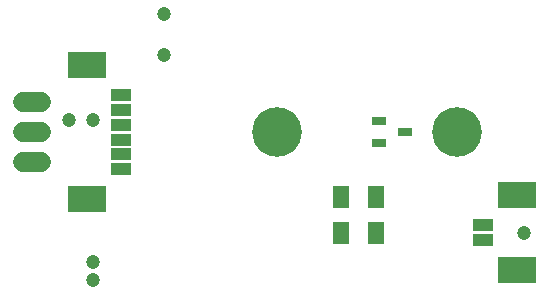
<source format=gbr>
G04 EAGLE Gerber X2 export*
%TF.Part,Single*%
%TF.FileFunction,Soldermask,Top,1*%
%TF.FilePolarity,Negative*%
%TF.GenerationSoftware,Autodesk,EAGLE,9.1.0*%
%TF.CreationDate,2020-06-24T00:02:45Z*%
G75*
%MOMM*%
%FSLAX34Y34*%
%LPD*%
%AMOC8*
5,1,8,0,0,1.08239X$1,22.5*%
G01*
%ADD10R,1.253200X0.803200*%
%ADD11R,1.803200X1.003200*%
%ADD12R,3.203200X2.303200*%
%ADD13C,1.727200*%
%ADD14R,1.363200X1.883200*%
%ADD15C,1.203200*%
%ADD16C,4.203200*%


D10*
X337000Y154500D03*
X337000Y135500D03*
X359000Y145000D03*
D11*
X425000Y53750D03*
X425000Y66250D03*
D12*
X454000Y28250D03*
X454000Y91750D03*
D13*
X51120Y119600D02*
X35880Y119600D01*
X35880Y145000D02*
X51120Y145000D01*
X51120Y170400D02*
X35880Y170400D01*
D14*
X305250Y90000D03*
X334750Y90000D03*
D11*
X119000Y176250D03*
X119000Y163750D03*
X119000Y151250D03*
X119000Y138750D03*
X119000Y126250D03*
X119000Y113750D03*
D12*
X90000Y201750D03*
X90000Y88250D03*
D14*
X334750Y60000D03*
X305250Y60000D03*
D15*
X155000Y245000D03*
D16*
X403000Y145000D03*
X250300Y145000D03*
D15*
X155000Y210000D03*
X460000Y60000D03*
X95000Y155000D03*
X95000Y35000D03*
X75000Y155000D03*
X95000Y20000D03*
M02*

</source>
